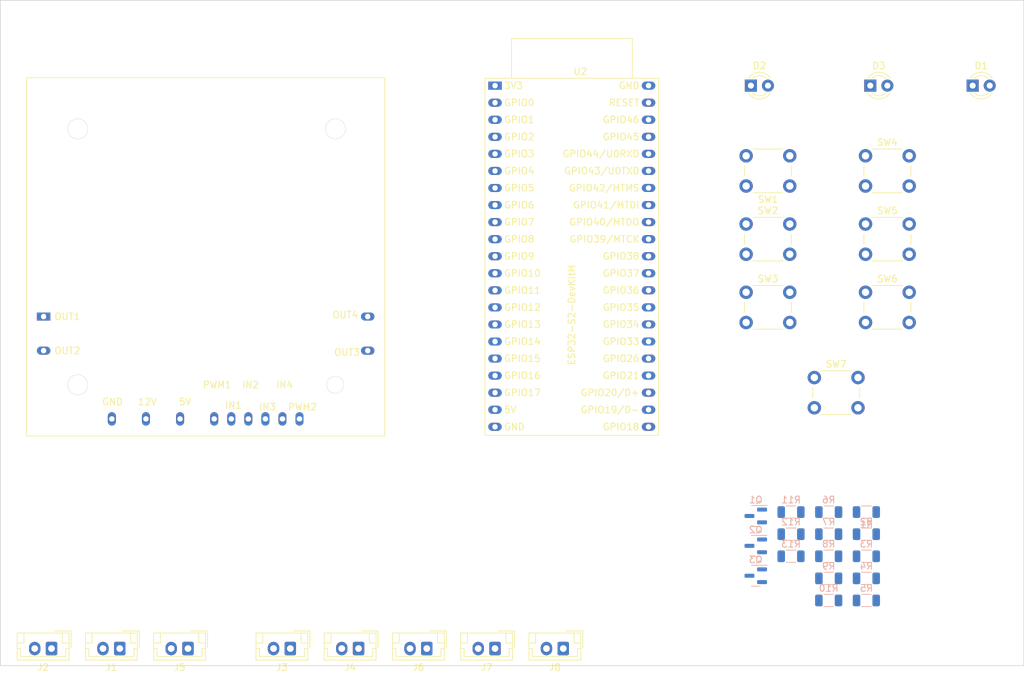
<source format=kicad_pcb>
(kicad_pcb (version 20221018) (generator pcbnew)
  (layers (0 "F.Cu" signal) (31 "B.Cu" signal) (34 "B.Paste" user) (35 "F.Paste" user) (36 "B.SilkS" user "B.Silkscreen") (37 "F.SilkS" user "F.Silkscreen") (38 "B.Mask" user) (39 "F.Mask" user) (44 "Edge.Cuts" user))
  (net 0 "")
  (net 1 "GND")
  (net 2 "Net-(D1-A)")
  (net 3 "Net-(D2-A)")
  (net 4 "Net-(D3-A)")
  (net 6 "Net-(Q1-G)")
  (net 7 "Net-(Q1-D)")
  (net 8 "Net-(Q2-G)")
  (net 9 "Net-(Q2-D)")
  (net 10 "Net-(Q3-G)")
  (net 11 "Net-(Q3-D)")
  (net 12 "Net-(R1-Pad1)")
  (net 13 "wifi_state")
  (net 14 "motor_1_state")
  (net 16 "Net-(R10-Pad1)")
  (net 17 "sw_back_1")
  (net 18 "sw_stop_1")
  (net 19 "reset")
  (net 20 "sw_forw_1")
  (net 21 "sw_forw_2")
  (net 24 "sw_back_2")
  (net 25 "sw_stop_2")
  (net 26 "moto_2_state")
  (net 27 "Output1_1")
  (net 28 "Output1_2")
  (net 29 "12V")
  (net 32 "PWM1")
  (net 33 "In1")
  (net 34 "In2")
  (net 38 "In3")
  (net 40 "In4")
  (net 41 "PWM2")
  (net 42 "Output2_2")
  (net 43 "Output2_1")
  (net 44 "3.3V")
  (net 45 "Enc1_1")
  (net 55 "Enc1_2")
  (net 56 "Enc2_1")
  (net 57 "Enc2_2")
  (net 58 "5V")
  (footprint "PCM_Espressif:ESP32-S2-DevKitM" (layer "F.Cu") (at 127 38.10272)
    (fp_text reference "U2" (at 12.7 -2.1) (layer "F.SilkS"))
    (fp_text value "ESP32-S2-DevKitM" (at 11.42632 34.13 90) (layer "F.SilkS"))
    (fp_text user "RESET" (at 21.58632 2.53728 unlocked) (layer "F.SilkS") (effects (justify right)))
    (fp_text user "GPIO16" (at 1.26632 43.17728 unlocked) (layer "F.SilkS") (effects (justify left)))
    (fp_text user "GPIO43/U0TXD" (at 21.58632 12.69728 unlocked) (layer "F.SilkS") (effects (justify right)))
    (fp_text user "GPIO13" (at 1.26632 35.55728 unlocked) (layer "F.SilkS") (effects (justify left)))
    (fp_text user "GPIO41/MTDI" (at 21.58632 17.77728 unlocked) (layer "F.SilkS") (effects (justify right)))
    (fp_text user "GPIO45" (at 21.58632 7.61728 unlocked) (layer "F.SilkS") (effects (justify right)))
    (fp_text user "GND" (at 1.26632 50.79728 unlocked) (layer "F.SilkS") (effects (justify left)))
    (fp_text user "GPIO38" (at 21.58632 25.39728 unlocked) (layer "F.SilkS") (effects (justify right)))
    (fp_text user "GPIO4" (at 1.26632 12.69728 unlocked) (layer "F.SilkS") (effects (justify left)))
    (fp_text user "GPIO7" (at 1.26632 20.31728 unlocked) (layer "F.SilkS") (effects (justify left)))
    (fp_text user "GPIO9" (at 1.26632 25.39728 unlocked) (layer "F.SilkS") (effects (justify left)))
    (fp_text user "GND" (at 21.59 0 unlocked) (layer "F.SilkS") (effects (justify right)))
    (fp_text user "GPIO33" (at 21.58632 38.09728 unlocked) (layer "F.SilkS") (effects (justify right)))
    (fp_text user "GPIO5" (at 1.26632 15.23728 unlocked) (layer "F.SilkS") (effects (justify left)))
    (fp_text user "3V3" (at 1.27 0 unlocked) (layer "F.SilkS") (effects (justify left)))
    (fp_text user "5V" (at 1.26632 48.25728 unlocked) (layer "F.SilkS") (effects (justify left)))
    (fp_text user "GPIO2" (at 1.26632 7.61728 unlocked) (layer "F.SilkS") (effects (justify left)))
    (fp_text user "GPIO10" (at 1.26632 27.93728 unlocked) (layer "F.SilkS") (effects (justify left)))
    (fp_text user "GPIO11" (at 1.26632 30.47728 unlocked) (layer "F.SilkS") (effects (justify left)))
    (fp_text user "GPIO26" (at 21.58632 40.63728 unlocked) (layer "F.SilkS") (effects (justify right)))
    (fp_text user "GPIO14" (at 1.26632 38.09728 unlocked) (layer "F.SilkS") (effects (justify left)))
    (fp_text user "GPIO42/MTMS" (at 21.58632 15.23728 unlocked) (layer "F.SilkS") (effects (justify right)))
    (fp_text user "GPIO39/MTCK" (at 21.58632 22.85728 unlocked) (layer "F.SilkS") (effects (justify right)))
    (fp_text user "GPIO46" (at 21.58632 5.07728 unlocked) (layer "F.SilkS") (effects (justify right)))
    (fp_text user "GPIO21" (at 21.58632 43.17728 unlocked) (layer "F.SilkS") (effects (justify right)))
    (fp_text user "GPIO20/D+" (at 21.58632 45.71728 unlocked) (layer "F.SilkS") (effects (justify right)))
    (fp_text user "GPIO40/MTDO" (at 21.58632 20.31728 unlocked) (layer "F.SilkS") (effects (justify right)))
    (fp_text user "GPIO34" (at 21.58632 35.55728 unlocked) (layer "F.SilkS") (effects (justify right)))
    (fp_text user "GPIO17" (at 1.26632 45.71728 unlocked) (layer "F.SilkS") (effects (justify left)))
    (fp_text user "GPIO18" (at 21.58632 50.79728 unlocked) (layer "F.SilkS") (effects (justify right)))
    (fp_text user "GPIO19/D-" (at 21.58632 48.25728 unlocked) (layer "F.SilkS") (effects (justify right)))
    (fp_text user "GPIO8" (at 1.26632 22.85728 unlocked) (layer "F.SilkS") (effects (justify left)))
    (fp_text user "GPIO3" (at 1.27 10.15728 unlocked) (layer "F.SilkS") (effects (justify left)))
    (fp_text user "GPIO12" (at 1.26632 33.01728 unlocked) (layer "F.SilkS") (effects (justify left)))
    (fp_text user "GPIO36" (at 21.58632 30.47728 unlocked) (layer "F.SilkS") (effects (justify right)))
    (fp_text user "GPIO44/U0RXD" (at 21.58632 10.15728 unlocked) (layer "F.SilkS") (effects (justify right)))
    (fp_text user "GPIO0" (at 1.26632 2.53728 unlocked) (layer "F.SilkS") (effects (justify left)))
    (fp_text user "GPIO35" (at 21.58632 33.01728 unlocked) (layer "F.SilkS") (effects (justify right)))
    (fp_text user "GPIO37" (at 21.58632 27.93728 unlocked) (layer "F.SilkS") (effects (justify right)))
    (fp_text user "GPIO15" (at 1.26632 40.63728 unlocked) (layer "F.SilkS") (effects (justify left)))
    (fp_text user "GPIO1" (at 1.26632 5.07728 unlocked) (layer "F.SilkS") (effects (justify left)))
    (fp_text user "GPIO6" (at 1.26632 17.77728 unlocked) (layer "F.SilkS") (effects (justify left)))
    (fp_line (start -1.503679 52.06728) (end 24.35632 52.06728) (stroke (width 0.12)) (layer "F.SilkS"))
    (fp_line (start -1.499999 -1.1) (end -1.503679 52.06728) (stroke (width 0.12)) (layer "F.SilkS"))
    (fp_line (start 2.46012 -7.01312) (end 20.44332 -7.01312) (stroke (width 0.12)) (layer "F.SilkS"))
    (fp_line (start 2.46012 -1.12032) (end 2.46012 -7.01312) (stroke (width 0.12)) (layer "F.SilkS"))
    (fp_line (start 20.44332 -7.01312) (end 20.44332 -1.12032) (stroke (width 0.12)) (layer "F.SilkS"))
    (fp_line (start 24.35632 52.06728) (end 24.36 -1.1) (stroke (width 0.12)) (layer "F.SilkS"))
    (fp_line (start 24.36 -1.1) (end -1.499999 -1.1) (stroke (width 0.12)) (layer "F.SilkS"))
    (pad "1" thru_hole rect (at 0 0 270) (size 1.2 2) (drill 0.8) (layers "*.Cu" "*.Mask") (net 44 "3.3V"))
    (pad "2" thru_hole oval (at 0 2.54 270) (size 1.2 2) (drill 0.8) (layers "*.Cu" "*.Mask"))
    (pad "3" thru_hole oval (at 0 5.08 270) (size 1.2 2) (drill 0.8) (layers "*.Cu" "*.Mask") (net 32 "PWM1"))
    (pad "4" thru_hole oval (at 0 7.62 270) (size 1.2 2) (drill 0.8) (layers "*.Cu" "*.Mask") (net 33 "In1"))
    (pad "5" thru_hole oval (at 0 10.16 270) (size 1.2 2) (drill 0.8) (layers "*.Cu" "*.Mask") (net 34 "In2"))
    (pad "6" thru_hole oval (at 0 12.7 270) (size 1.2 2) (drill 0.8) (layers "*.Cu" "*.Mask") (net 38 "In3"))
    (pad "7" thru_hole oval (at 0 15.24 270) (size 1.2 2) (drill 0.8) (layers "*.Cu" "*.Mask") (net 40 "In4"))
    (pad "8" thru_hole oval (at 0 17.78 270) (size 1.2 2) (drill 0.8) (layers "*.Cu" "*.Mask") (net 41 "PWM2"))
    (pad "9" thru_hole oval (at 0 20.32 270) (size 1.2 2) (drill 0.8) (layers "*.Cu" "*.Mask"))
    (pad "10" thru_hole oval (at 0 22.86 270) (size 1.2 2) (drill 0.8) (layers "*.Cu" "*.Mask"))
    (pad "11" thru_hole oval (at 0 25.4 270) (size 1.2 2) (drill 0.8) (layers "*.Cu" "*.Mask") (net 45 "Enc1_1"))
    (pad "12" thru_hole oval (at 0 27.94 270) (size 1.2 2) (drill 0.8) (layers "*.Cu" "*.Mask") (net 55 "Enc1_2"))
    (pad "13" thru_hole oval (at 0 30.48 270) (size 1.2 2) (drill 0.8) (layers "*.Cu" "*.Mask") (net 56 "Enc2_1"))
    (pad "14" thru_hole oval (at 0 33.02 270) (size 1.2 2) (drill 0.8) (layers "*.Cu" "*.Mask") (net 57 "Enc2_2"))
    (pad "15" thru_hole oval (at 0 35.56 270) (size 1.2 2) (drill 0.8) (layers "*.Cu" "*.Mask") (net 13 "wifi_state"))
    (pad "16" thru_hole oval (at 0 38.1 270) (size 1.2 2) (drill 0.8) (layers "*.Cu" "*.Mask") (net 14 "motor_1_state"))
    (pad "17" thru_hole oval (at 0 40.64 270) (size 1.2 2) (drill 0.8) (layers "*.Cu" "*.Mask"))
    (pad "18" thru_hole oval (at 0 43.18 270) (size 1.2 2) (drill 0.8) (layers "*.Cu" "*.Mask"))
    (pad "19" thru_hole oval (at 0 45.72 270) (size 1.2 2) (drill 0.8) (layers "*.Cu" "*.Mask") (net 26 "moto_2_state"))
    (pad "20" thru_hole oval (at -0.00368 48.25728 270) (size 1.2 2) (drill 0.8) (layers "*.Cu" "*.Mask") (net 58 "5V"))
    (pad "21" thru_hole oval (at -0.00368 50.79728 270) (size 1.2 2) (drill 0.8) (layers "*.Cu" "*.Mask") (net 1 "GND"))
    (pad "22" thru_hole oval (at 22.85632 50.79728 270) (size 1.2 2) (drill 0.8) (layers "*.Cu" "*.Mask"))
    (pad "23" thru_hole oval (at 22.86 48.25728 270) (size 1.2 2) (drill 0.8) (layers "*.Cu" "*.Mask"))
    (pad "24" thru_hole oval (at 22.86 45.71728 270) (size 1.2 2) (drill 0.8) (layers "*.Cu" "*.Mask"))
    (pad "25" thru_hole oval (at 22.86 43.17728 270) (size 1.2 2) (drill 0.8) (layers "*.Cu" "*.Mask") (net 20 "sw_forw_1"))
    (pad "26" thru_hole oval (at 22.86 40.63728 270) (size 1.2 2) (drill 0.8) (layers "*.Cu" "*.Mask"))
    (pad "27" thru_hole oval (at 22.86 38.09728 270) (size 1.2 2) (drill 0.8) (layers "*.Cu" "*.Mask") (net 17 "sw_back_1"))
    (pad "28" thru_hole oval (at 22.86 35.55728 270) (size 1.2 2) (drill 0.8) (layers "*.Cu" "*.Mask") (net 18 "sw_stop_1"))
    (pad "29" thru_hole oval (at 22.86 33.01728 270) (size 1.2 2) (drill 0.8) (layers "*.Cu" "*.Mask") (net 21 "sw_forw_2"))
    (pad "30" thru_hole oval (at 22.86 30.47728 270) (size 1.2 2) (drill 0.8) (layers "*.Cu" "*.Mask") (net 24 "sw_back_2"))
    (pad "31" thru_hole oval (at 22.86 27.93728 270) (size 1.2 2) (drill 0.8) (layers "*.Cu" "*.Mask") (net 25 "sw_stop_2"))
    (pad "32" thru_hole oval (at 22.86 25.39728 270) (size 1.2 2) (drill 0.8) (layers "*.Cu" "*.Mask") (net 19 "reset"))
    (pad "33" thru_hole oval (at 22.86 22.85728 270) (size 1.2 2) (drill 0.8) (layers "*.Cu" "*.Mask"))
    (pad "34" thru_hole oval (at 22.86 20.31728 270) (size 1.2 2) (drill 0.8) (layers "*.Cu" "*.Mask"))
    (pad "35" thru_hole oval (at 22.86 17.77728 270) (size 1.2 2) (drill 0.8) (layers "*.Cu" "*.Mask"))
    (pad "36" thru_hole oval (at 22.86 15.23728 270) (size 1.2 2) (drill 0.8) (layers "*.Cu" "*.Mask"))
    (pad "37" thru_hole oval (at 22.86 12.69728 270) (size 1.2 2) (drill 0.8) (layers "*.Cu" "*.Mask"))
    (pad "38" thru_hole oval (at 22.86 10.15728 270) (size 1.2 2) (drill 0.8) (layers "*.Cu" "*.Mask"))
    (pad "39" thru_hole oval (at 22.86 7.61728 270) (size 1.2 2) (drill 0.8) (layers "*.Cu" "*.Mask"))
    (pad "40" thru_hole oval (at 22.86 5.07728 270) (size 1.2 2) (drill 0.8) (layers "*.Cu" "*.Mask"))
    (pad "41" thru_hole oval (at 22.86 2.53728 270) (size 1.2 2) (drill 0.8) (layers "*.Cu" "*.Mask"))
    (pad "42" thru_hole oval (at 22.86 -0.00272 270) (size 1.2 2) (drill 0.8) (layers "*.Cu" "*.Mask") (net 1 "GND"))
  )
  (footprint "Button_Switch_THT:SW_PUSH_6mm_H4.3mm" (layer "F.Cu") (at 164.39 58.71)
    (fp_text reference "SW2" (at 3.25 -2) (layer "F.SilkS"))
    (fp_text value "backward_device_1")
    (fp_line (start -0.25 1.5) (end -0.25 3) (stroke (width 0.12)) (layer "F.SilkS"))
    (fp_line (start 1 5.5) (end 5.5 5.5) (stroke (width 0.12)) (layer "F.SilkS"))
    (fp_line (start 5.5 -1) (end 1 -1) (stroke (width 0.12)) (layer "F.SilkS"))
    (fp_line (start 6.75 3) (end 6.75 1.5) (stroke (width 0.12)) (layer "F.SilkS"))
    (pad "1" thru_hole circle (at 0 0 90) (size 2 2) (drill 1.1) (layers "*.Cu" "*.Mask") (net 17 "sw_back_1"))
    (pad "1" thru_hole circle (at 6.5 0 90) (size 2 2) (drill 1.1) (layers "*.Cu" "*.Mask") (net 17 "sw_back_1"))
    (pad "2" thru_hole circle (at 0 4.5 90) (size 2 2) (drill 1.1) (layers "*.Cu" "*.Mask") (net 1 "GND"))
    (pad "2" thru_hole circle (at 6.5 4.5 90) (size 2 2) (drill 1.1) (layers "*.Cu" "*.Mask") (net 1 "GND"))
  )
  (footprint "LED_THT:LED_D3.0mm" (layer "F.Cu") (at 182.88 38.1)
    (fp_text reference "D3" (at 1.27 -2.96) (layer "F.SilkS"))
    (fp_text value "Motor 2 Working")
    (fp_line (start -0.29 -1.236) (end -0.29 -1.08) (stroke (width 0.12)) (layer "F.SilkS"))
    (fp_line (start -0.29 1.08) (end -0.29 1.236) (stroke (width 0.12)) (layer "F.SilkS"))
    (fp_arc (start -0.29 -1.235516) (mid 1.366487 -1.987659) (end 2.942335 -1.078608) (stroke (width 0.12)) (layer "F.SilkS"))
    (fp_arc (start 0.229039 -1.08) (mid 1.270117 -1.5) (end 2.31113 -1.079837) (stroke (width 0.12)) (layer "F.SilkS"))
    (fp_arc (start 2.31113 1.079837) (mid 1.270117 1.5) (end 0.229039 1.08) (stroke (width 0.12)) (layer "F.SilkS"))
    (fp_arc (start 2.942335 1.078608) (mid 1.366487 1.987659) (end -0.29 1.235516) (stroke (width 0.12)) (layer "F.SilkS"))
    (pad "1" thru_hole rect (at 0 0) (size 1.8 1.8) (drill 0.9) (layers "*.Cu" "*.Mask") (net 1 "GND"))
    (pad "2" thru_hole circle (at 2.54 0) (size 1.8 1.8) (drill 0.9) (layers "*.Cu" "*.Mask") (net 4 "Net-(D3-A)"))
  )
  (footprint "Button_Switch_THT:SW_PUSH_6mm_H4.3mm" (layer "F.Cu") (at 182.17 68.87)
    (fp_text reference "SW6" (at 3.25 -2) (layer "F.SilkS"))
    (fp_text value "stop_device_2")
    (fp_line (start -0.25 1.5) (end -0.25 3) (stroke (width 0.12)) (layer "F.SilkS"))
    (fp_line (start 1 5.5) (end 5.5 5.5) (stroke (width 0.12)) (layer "F.SilkS"))
    (fp_line (start 5.5 -1) (end 1 -1) (stroke (width 0.12)) (layer "F.SilkS"))
    (fp_line (start 6.75 3) (end 6.75 1.5) (stroke (width 0.12)) (layer "F.SilkS"))
    (pad "1" thru_hole circle (at 0 0 90) (size 2 2) (drill 1.1) (layers "*.Cu" "*.Mask") (net 25 "sw_stop_2"))
    (pad "1" thru_hole circle (at 6.5 0 90) (size 2 2) (drill 1.1) (layers "*.Cu" "*.Mask") (net 25 "sw_stop_2"))
    (pad "2" thru_hole circle (at 0 4.5 90) (size 2 2) (drill 1.1) (layers "*.Cu" "*.Mask") (net 1 "GND"))
    (pad "2" thru_hole circle (at 6.5 4.5 90) (size 2 2) (drill 1.1) (layers "*.Cu" "*.Mask") (net 1 "GND"))
  )
  (footprint "Connector_JST:JST_EH_B2B-EH-A_1x02_P2.50mm_Vertical" (layer "F.Cu") (at 96.52 121.92 180)
    (fp_text reference "J3" (at 1.25 -2.8) (layer "F.SilkS"))
    (fp_text value "Encoder 1")
    (fp_line (start -2.91 0.11) (end -2.91 2.61) (stroke (width 0.12)) (layer "F.SilkS"))
    (fp_line (start -2.91 2.61) (end -0.41 2.61) (stroke (width 0.12)) (layer "F.SilkS"))
    (fp_line (start -2.61 -1.71) (end -2.61 2.31) (stroke (width 0.12)) (layer "F.SilkS"))
    (fp_line (start -2.61 0) (end -2.11 0) (stroke (width 0.12)) (layer "F.SilkS"))
    (fp_line (start -2.61 0.81) (end -1.61 0.81) (stroke (width 0.12)) (layer "F.SilkS"))
    (fp_line (start -2.61 2.31) (end 5.11 2.31) (stroke (width 0.12)) (layer "F.SilkS"))
    (fp_line (start -2.11 -1.21) (end 4.61 -1.21) (stroke (width 0.12)) (layer "F.SilkS"))
    (fp_line (start -2.11 0) (end -2.11 -1.21) (stroke (width 0.12)) (layer "F.SilkS"))
    (fp_line (start -1.61 0.81) (end -1.61 2.31) (stroke (width 0.12)) (layer "F.SilkS"))
    (fp_line (start 4.11 0.81) (end 4.11 2.31) (stroke (width 0.12)) (layer "F.SilkS"))
    (fp_line (start 4.61 -1.21) (end 4.61 0) (stroke (width 0.12)) (layer "F.SilkS"))
    (fp_line (start 4.61 0) (end 5.11 0) (stroke (width 0.12)) (layer "F.SilkS"))
    (fp_line (start 5.11 -1.71) (end -2.61 -1.71) (stroke (width 0.12)) (layer "F.SilkS"))
    (fp_line (start 5.11 0.81) (end 4.11 0.81) (stroke (width 0.12)) (layer "F.SilkS"))
    (fp_line (start 5.11 2.31) (end 5.11 -1.71) (stroke (width 0.12)) (layer "F.SilkS"))
    (pad "1" thru_hole roundrect (at 0 0 180) (size 1.7 2) (drill 1) (layers "*.Cu" "*.Mask") (roundrect_rratio 0.147059) (net 55 "Enc1_2"))
    (pad "2" thru_hole oval (at 2.5 0 180) (size 1.7 2) (drill 1) (layers "*.Cu" "*.Mask") (net 45 "Enc1_1"))
  )
  (footprint "Connector_JST:JST_EH_B2B-EH-A_1x02_P2.50mm_Vertical" (layer "F.Cu") (at 106.68 121.92 180)
    (fp_text reference "J4" (at 1.25 -2.8) (layer "F.SilkS"))
    (fp_text value "Encoder 1 Power 3.3V")
    (fp_line (start -2.91 0.11) (end -2.91 2.61) (stroke (width 0.12)) (layer "F.SilkS"))
    (fp_line (start -2.91 2.61) (end -0.41 2.61) (stroke (width 0.12)) (layer "F.SilkS"))
    (fp_line (start -2.61 -1.71) (end -2.61 2.31) (stroke (width 0.12)) (layer "F.SilkS"))
    (fp_line (start -2.61 0) (end -2.11 0) (stroke (width 0.12)) (layer "F.SilkS"))
    (fp_line (start -2.61 0.81) (end -1.61 0.81) (stroke (width 0.12)) (layer "F.SilkS"))
    (fp_line (start -2.61 2.31) (end 5.11 2.31) (stroke (width 0.12)) (layer "F.SilkS"))
    (fp_line (start -2.11 -1.21) (end 4.61 -1.21) (stroke (width 0.12)) (layer "F.SilkS"))
    (fp_line (start -2.11 0) (end -2.11 -1.21) (stroke (width 0.12)) (layer "F.SilkS"))
    (fp_line (start -1.61 0.81) (end -1.61 2.31) (stroke (width 0.12)) (layer "F.SilkS"))
    (fp_line (start 4.11 0.81) (end 4.11 2.31) (stroke (width 0.12)) (layer "F.SilkS"))
    (fp_line (start 4.61 -1.21) (end 4.61 0) (stroke (width 0.12)) (layer "F.SilkS"))
    (fp_line (start 4.61 0) (end 5.11 0) (stroke (width 0.12)) (layer "F.SilkS"))
    (fp_line (start 5.11 -1.71) (end -2.61 -1.71) (stroke (width 0.12)) (layer "F.SilkS"))
    (fp_line (start 5.11 0.81) (end 4.11 0.81) (stroke (width 0.12)) (layer "F.SilkS"))
    (fp_line (start 5.11 2.31) (end 5.11 -1.71) (stroke (width 0.12)) (layer "F.SilkS"))
    (pad "1" thru_hole roundrect (at 0 0 180) (size 1.7 2) (drill 1) (layers "*.Cu" "*.Mask") (roundrect_rratio 0.147059) (net 44 "3.3V"))
    (pad "2" thru_hole oval (at 2.5 0 180) (size 1.7 2) (drill 1) (layers "*.Cu" "*.Mask") (net 1 "GND"))
  )
  (footprint "Connector_JST:JST_EH_B2B-EH-A_1x02_P2.50mm_Vertical" (layer "F.Cu") (at 71.12 121.92 180)
    (fp_text reference "J1" (at 1.25 -2.8) (layer "F.SilkS"))
    (fp_text value "Power 12 V")
    (fp_line (start -2.91 0.11) (end -2.91 2.61) (stroke (width 0.12)) (layer "F.SilkS"))
    (fp_line (start -2.91 2.61) (end -0.41 2.61) (stroke (width 0.12)) (layer "F.SilkS"))
    (fp_line (start -2.61 -1.71) (end -2.61 2.31) (stroke (width 0.12)) (layer "F.SilkS"))
    (fp_line (start -2.61 0) (end -2.11 0) (stroke (width 0.12)) (layer "F.SilkS"))
    (fp_line (start -2.61 0.81) (end -1.61 0.81) (stroke (width 0.12)) (layer "F.SilkS"))
    (fp_line (start -2.61 2.31) (end 5.11 2.31) (stroke (width 0.12)) (layer "F.SilkS"))
    (fp_line (start -2.11 -1.21) (end 4.61 -1.21) (stroke (width 0.12)) (layer "F.SilkS"))
    (fp_line (start -2.11 0) (end -2.11 -1.21) (stroke (width 0.12)) (layer "F.SilkS"))
    (fp_line (start -1.61 0.81) (end -1.61 2.31) (stroke (width 0.12)) (layer "F.SilkS"))
    (fp_line (start 4.11 0.81) (end 4.11 2.31) (stroke (width 0.12)) (layer "F.SilkS"))
    (fp_line (start 4.61 -1.21) (end 4.61 0) (stroke (width 0.12)) (layer "F.SilkS"))
    (fp_line (start 4.61 0) (end 5.11 0) (stroke (width 0.12)) (layer "F.SilkS"))
    (fp_line (start 5.11 -1.71) (end -2.61 -1.71) (stroke (width 0.12)) (layer "F.SilkS"))
    (fp_line (start 5.11 0.81) (end 4.11 0.81) (stroke (width 0.12)) (layer "F.SilkS"))
    (fp_line (start 5.11 2.31) (end 5.11 -1.71) (stroke (width 0.12)) (layer "F.SilkS"))
    (pad "1" thru_hole roundrect (at 0 0 180) (size 1.7 2) (drill 1) (layers "*.Cu" "*.Mask") (roundrect_rratio 0.147059) (net 29 "12V"))
    (pad "2" thru_hole oval (at 2.5 0 180) (size 1.7 2) (drill 1) (layers "*.Cu" "*.Mask") (net 1 "GND"))
  )
  (footprint "LED_THT:LED_D3.0mm" (layer "F.Cu") (at 198.12 38.1)
    (fp_text reference "D1" (at 1.27 -2.96) (layer "F.SilkS"))
    (fp_text value "Wifi state")
    (fp_line (start -0.29 -1.236) (end -0.29 -1.08) (stroke (width 0.12)) (layer "F.SilkS"))
    (fp_line (start -0.29 1.08) (end -0.29 1.236) (stroke (width 0.12)) (layer "F.SilkS"))
    (fp_arc (start -0.29 -1.235516) (mid 1.366487 -1.987659) (end 2.942335 -1.078608) (stroke (width 0.12)) (layer "F.SilkS"))
    (fp_arc (start 0.229039 -1.08) (mid 1.270117 -1.5) (end 2.31113 -1.079837) (stroke (width 0.12)) (layer "F.SilkS"))
    (fp_arc (start 2.31113 1.079837) (mid 1.270117 1.5) (end 0.229039 1.08) (stroke (width 0.12)) (layer "F.SilkS"))
    (fp_arc (start 2.942335 1.078608) (mid 1.366487 1.987659) (end -0.29 1.235516) (stroke (width 0.12)) (layer "F.SilkS"))
    (pad "1" thru_hole rect (at 0 0) (size 1.8 1.8) (drill 0.9) (layers "*.Cu" "*.Mask") (net 1 "GND"))
    (pad "2" thru_hole circle (at 2.54 0) (size 1.8 1.8) (drill 0.9) (layers "*.Cu" "*.Mask") (net 2 "Net-(D1-A)"))
  )
  (footprint "Connector_JST:JST_EH_B2B-EH-A_1x02_P2.50mm_Vertical" (layer "F.Cu") (at 127 121.92 180)
    (fp_text reference "J7" (at 1.25 -2.8) (layer "F.SilkS"))
    (fp_text value "Encoder 2 Power 3.3V")
    (fp_line (start -2.91 0.11) (end -2.91 2.61) (stroke (width 0.12)) (layer "F.SilkS"))
    (fp_line (start -2.91 2.61) (end -0.41 2.61) (stroke (width 0.12)) (layer "F.SilkS"))
    (fp_line (start -2.61 -1.71) (end -2.61 2.31) (stroke (width 0.12)) (layer "F.SilkS"))
    (fp_line (start -2.61 0) (end -2.11 0) (stroke (width 0.12)) (layer "F.SilkS"))
    (fp_line (start -2.61 0.81) (end -1.61 0.81) (stroke (width 0.12)) (layer "F.SilkS"))
    (fp_line (start -2.61 2.31) (end 5.11 2.31) (stroke (width 0.12)) (layer "F.SilkS"))
    (fp_line (start -2.11 -1.21) (end 4.61 -1.21) (stroke (width 0.12)) (layer "F.SilkS"))
    (fp_line (start -2.11 0) (end -2.11 -1.21) (stroke (width 0.12)) (layer "F.SilkS"))
    (fp_line (start -1.61 0.81) (end -1.61 2.31) (stroke (width 0.12)) (layer "F.SilkS"))
    (fp_line (start 4.11 0.81) (end 4.11 2.31) (stroke (width 0.12)) (layer "F.SilkS"))
    (fp_line (start 4.61 -1.21) (end 4.61 0) (stroke (width 0.12)) (layer "F.SilkS"))
    (fp_line (start 4.61 0) (end 5.11 0) (stroke (width 0.12)) (layer "F.SilkS"))
    (fp_line (start 5.11 -1.71) (end -2.61 -1.71) (stroke (width 0.12)) (layer "F.SilkS"))
    (fp_line (start 5.11 0.81) (end 4.11 0.81) (stroke (width 0.12)) (layer "F.SilkS"))
    (fp_line (start 5.11 2.31) (end 5.11 -1.71) (stroke (width 0.12)) (layer "F.SilkS"))
    (pad "1" thru_hole roundrect (at 0 0 180) (size 1.7 2) (drill 1) (layers "*.Cu" "*.Mask") (roundrect_rratio 0.147059) (net 44 "3.3V"))
    (pad "2" thru_hole oval (at 2.5 0 180) (size 1.7 2) (drill 1) (layers "*.Cu" "*.Mask") (net 1 "GND"))
  )
  (footprint "Connector_JST:JST_EH_B2B-EH-A_1x02_P2.50mm_Vertical" (layer "F.Cu") (at 81.28 121.92 180)
    (fp_text reference "J5" (at 1.25 -2.8) (layer "F.SilkS"))
    (fp_text value "Output 2")
    (fp_line (start -2.91 0.11) (end -2.91 2.61) (stroke (width 0.12)) (layer "F.SilkS"))
    (fp_line (start -2.91 2.61) (end -0.41 2.61) (stroke (width 0.12)) (layer "F.SilkS"))
    (fp_line (start -2.61 -1.71) (end -2.61 2.31) (stroke (width 0.12)) (layer "F.SilkS"))
    (fp_line (start -2.61 0) (end -2.11 0) (stroke (width 0.12)) (layer "F.SilkS"))
    (fp_line (start -2.61 0.81) (end -1.61 0.81) (stroke (width 0.12)) (layer "F.SilkS"))
    (fp_line (start -2.61 2.31) (end 5.11 2.31) (stroke (width 0.12)) (layer "F.SilkS"))
    (fp_line (start -2.11 -1.21) (end 4.61 -1.21) (stroke (width 0.12)) (layer "F.SilkS"))
    (fp_line (start -2.11 0) (end -2.11 -1.21) (stroke (width 0.12)) (layer "F.SilkS"))
    (fp_line (start -1.61 0.81) (end -1.61 2.31) (stroke (width 0.12)) (layer "F.SilkS"))
    (fp_line (start 4.11 0.81) (end 4.11 2.31) (stroke (width 0.12)) (layer "F.SilkS"))
    (fp_line (start 4.61 -1.21) (end 4.61 0) (stroke (width 0.12)) (layer "F.SilkS"))
    (fp_line (start 4.61 0) (end 5.11 0) (stroke (width 0.12)) (layer "F.SilkS"))
    (fp_line (start 5.11 -1.71) (end -2.61 -1.71) (stroke (width 0.12)) (layer "F.SilkS"))
    (fp_line (start 5.11 0.81) (end 4.11 0.81) (stroke (width 0.12)) (layer "F.SilkS"))
    (fp_line (start 5.11 2.31) (end 5.11 -1.71) (stroke (width 0.12)) (layer "F.SilkS"))
    (pad "1" thru_hole roundrect (at 0 0 180) (size 1.7 2) (drill 1) (layers "*.Cu" "*.Mask") (roundrect_rratio 0.147059) (net 43 "Output2_1"))
    (pad "2" thru_hole oval (at 2.5 0 180) (size 1.7 2) (drill 1) (layers "*.Cu" "*.Mask") (net 42 "Output2_2"))
  )
  (footprint "Button_Switch_THT:SW_PUSH_6mm_H4.3mm" (layer "F.Cu") (at 174.55 81.57)
    (fp_text reference "SW7" (at 3.25 -2) (layer "F.SilkS"))
    (fp_text value "to_reset_all")
    (fp_line (start -0.25 1.5) (end -0.25 3) (stroke (width 0.12)) (layer "F.SilkS"))
    (fp_line (start 1 5.5) (end 5.5 5.5) (stroke (width 0.12)) (layer "F.SilkS"))
    (fp_line (start 5.5 -1) (end 1 -1) (stroke (width 0.12)) (layer "F.SilkS"))
    (fp_line (start 6.75 3) (end 6.75 1.5) (stroke (width 0.12)) (layer "F.SilkS"))
    (pad "1" thru_hole circle (at 0 0 90) (size 2 2) (drill 1.1) (layers "*.Cu" "*.Mask") (net 19 "reset"))
    (pad "1" thru_hole circle (at 6.5 0 90) (size 2 2) (drill 1.1) (layers "*.Cu" "*.Mask") (net 19 "reset"))
    (pad "2" thru_hole circle (at 0 4.5 90) (size 2 2) (drill 1.1) (layers "*.Cu" "*.Mask") (net 1 "GND"))
    (pad "2" thru_hole circle (at 6.5 4.5 90) (size 2 2) (drill 1.1) (layers "*.Cu" "*.Mask") (net 1 "GND"))
  )
  (footprint "Button_Switch_THT:SW_PUSH_6mm_H4.3mm" (layer "F.Cu") (at 170.89 53.05 180)
    (fp_text reference "SW1" (at 3.25 -2) (layer "F.SilkS"))
    (fp_text value "forward_device_1")
    (fp_line (start -0.25 1.5) (end -0.25 3) (stroke (width 0.12)) (layer "F.SilkS"))
    (fp_line (start 1 5.5) (end 5.5 5.5) (stroke (width 0.12)) (layer "F.SilkS"))
    (fp_line (start 5.5 -1) (end 1 -1) (stroke (width 0.12)) (layer "F.SilkS"))
    (fp_line (start 6.75 3) (end 6.75 1.5) (stroke (width 0.12)) (layer "F.SilkS"))
    (pad "1" thru_hole circle (at 0 0 270) (size 2 2) (drill 1.1) (layers "*.Cu" "*.Mask") (net 20 "sw_forw_1"))
    (pad "1" thru_hole circle (at 6.5 0 270) (size 2 2) (drill 1.1) (layers "*.Cu" "*.Mask") (net 20 "sw_forw_1"))
    (pad "2" thru_hole circle (at 0 4.5 270) (size 2 2) (drill 1.1) (layers "*.Cu" "*.Mask") (net 1 "GND"))
    (pad "2" thru_hole circle (at 6.5 4.5 270) (size 2 2) (drill 1.1) (layers "*.Cu" "*.Mask") (net 1 "GND"))
  )
  (footprint "Connector_JST:JST_EH_B2B-EH-A_1x02_P2.50mm_Vertical" (layer "F.Cu") (at 60.96 121.92 180)
    (fp_text reference "J2" (at 1.25 -2.8) (layer "F.SilkS"))
    (fp_text value "Output 1")
    (fp_line (start -2.91 0.11) (end -2.91 2.61) (stroke (width 0.12)) (layer "F.SilkS"))
    (fp_line (start -2.91 2.61) (end -0.41 2.61) (stroke (width 0.12)) (layer "F.SilkS"))
    (fp_line (start -2.61 -1.71) (end -2.61 2.31) (stroke (width 0.12)) (layer "F.SilkS"))
    (fp_line (start -2.61 0) (end -2.11 0) (stroke (width 0.12)) (layer "F.SilkS"))
    (fp_line (start -2.61 0.81) (end -1.61 0.81) (stroke (width 0.12)) (layer "F.SilkS"))
    (fp_line (start -2.61 2.31) (end 5.11 2.31) (stroke (width 0.12)) (layer "F.SilkS"))
    (fp_line (start -2.11 -1.21) (end 4.61 -1.21) (stroke (width 0.12)) (layer "F.SilkS"))
    (fp_line (start -2.11 0) (end -2.11 -1.21) (stroke (width 0.12)) (layer "F.SilkS"))
    (fp_line (start -1.61 0.81) (end -1.61 2.31) (stroke (width 0.12)) (layer "F.SilkS"))
    (fp_line (start 4.11 0.81) (end 4.11 2.31) (stroke (width 0.12)) (layer "F.SilkS"))
    (fp_line (start 4.61 -1.21) (end 4.61 0) (stroke (width 0.12)) (layer "F.SilkS"))
    (fp_line (start 4.61 0) (end 5.11 0) (stroke (width 0.12)) (layer "F.SilkS"))
    (fp_line (start 5.11 -1.71) (end -2.61 -1.71) (stroke (width 0.12)) (layer "F.SilkS"))
    (fp_line (start 5.11 0.81) (end 4.11 0.81) (stroke (width 0.12)) (layer "F.SilkS"))
    (fp_line (start 5.11 2.31) (end 5.11 -1.71) (stroke (width 0.12)) (layer "F.SilkS"))
    (pad "1" thru_hole roundrect (at 0 0 180) (size 1.7 2) (drill 1) (layers "*.Cu" "*.Mask") (roundrect_rratio 0.147059) (net 27 "Output1_1"))
    (pad "2" thru_hole oval (at 2.5 0 180) (size 1.7 2) (drill 1) (layers "*.Cu" "*.Mask") (net 28 "Output1_2"))
  )
  (footprint "Connector_JST:JST_EH_B2B-EH-A_1x02_P2.50mm_Vertical" (layer "F.Cu") (at 116.84 121.92 180)
    (fp_text reference "J6" (at 1.25 -2.8) (layer "F.SilkS"))
    (fp_text value "Encoder 2")
    (fp_line (start -2.91 0.11) (end -2.91 2.61) (stroke (width 0.12)) (layer "F.SilkS"))
    (fp_line (start -2.91 2.61) (end -0.41 2.61) (stroke (width 0.12)) (layer "F.SilkS"))
    (fp_line (start -2.61 -1.71) (end -2.61 2.31) (stroke (width 0.12)) (layer "F.SilkS"))
    (fp_line (start -2.61 0) (end -2.11 0) (stroke (width 0.12)) (layer "F.SilkS"))
    (fp_line (start -2.61 0.81) (end -1.61 0.81) (stroke (width 0.12)) (layer "F.SilkS"))
    (fp_line (start -2.61 2.31) (end 5.11 2.31) (stroke (width 0.12)) (layer "F.SilkS"))
    (fp_line (start -2.11 -1.21) (end 4.61 -1.21) (stroke (width 0.12)) (layer "F.SilkS"))
    (fp_line (start -2.11 0) (end -2.11 -1.21) (stroke (width 0.12)) (layer "F.SilkS"))
    (fp_line (start -1.61 0.81) (end -1.61 2.31) (stroke (width 0.12)) (layer "F.SilkS"))
    (fp_line (start 4.11 0.81) (end 4.11 2.31) (stroke (width 0.12)) (layer "F.SilkS"))
    (fp_line (start 4.61 -1.21) (end 4.61 0) (stroke (width 0.12)) (layer "F.SilkS"))
    (fp_line (start 4.61 0) (end 5.11 0) (stroke (width 0.12)) (layer "F.SilkS"))
    (fp_line (start 5.11 -1.71) (end -2.61 -1.71) (stroke (width 0.12)) (layer "F.SilkS"))
    (fp_line (start 5.11 0.81) (end 4.11 0.81) (stroke (width 0.12)) (layer "F.SilkS"))
    (fp_line (start 5.11 2.31) (end 5.11 -1.71) (stroke (width 0.12)) (layer "F.SilkS"))
    (pad "1" thru_hole roundrect (at 0 0 180) (size 1.7 2) (drill 1) (layers "*.Cu" "*.Mask") (roundrect_rratio 0.147059) (net 56 "Enc2_1"))
    (pad "2" thru_hole oval (at 2.5 0 180) (size 1.7 2) (drill 1) (layers "*.Cu" "*.Mask") (net 57 "Enc2_2"))
  )
  (footprint "Connector_JST:JST_EH_B2B-EH-A_1x02_P2.50mm_Vertical" (layer "F.Cu") (at 137.16 121.92 180)
    (fp_text reference "J8" (at 1.25 -2.8) (layer "F.SilkS"))
    (fp_text value "Power  5 V")
    (fp_line (start -2.91 0.11) (end -2.91 2.61) (stroke (width 0.12)) (layer "F.SilkS"))
    (fp_line (start -2.91 2.61) (end -0.41 2.61) (stroke (width 0.12)) (layer "F.SilkS"))
    (fp_line (start -2.61 -1.71) (end -2.61 2.31) (stroke (width 0.12)) (layer "F.SilkS"))
    (fp_line (start -2.61 0) (end -2.11 0) (stroke (width 0.12)) (layer "F.SilkS"))
    (fp_line (start -2.61 0.81) (end -1.61 0.81) (stroke (width 0.12)) (layer "F.SilkS"))
    (fp_line (start -2.61 2.31) (end 5.11 2.31) (stroke (width 0.12)) (layer "F.SilkS"))
    (fp_line (start -2.11 -1.21) (end 4.61 -1.21) (stroke (width 0.12)) (layer "F.SilkS"))
    (fp_line (start -2.11 0) (end -2.11 -1.21) (stroke (width 0.12)) (layer "F.SilkS"))
    (fp_line (start -1.61 0.81) (end -1.61 2.31) (stroke (width 0.12)) (layer "F.SilkS"))
    (fp_line (start 4.11 0.81) (end 4.11 2.31) (stroke (width 0.12)) (layer "F.SilkS"))
    (fp_line (start 4.61 -1.21) (end 4.61 0) (stroke (width 0.12)) (layer "F.SilkS"))
    (fp_line (start 4.61 0) (end 5.11 0) (stroke (width 0.12)) (layer "F.SilkS"))
    (fp_line (start 5.11 -1.71) (end -2.61 -1.71) (stroke (width 0.12)) (layer "F.SilkS"))
    (fp_line (start 5.11 0.81) (end 4.11 0.81) (stroke (width 0.12)) (layer "F.SilkS"))
    (fp_line (start 5.11 2.31) (end 5.11 -1.71) (stroke (width 0.12)) (layer "F.SilkS"))
    (pad "1" thru_hole roundrect (at 0 0 180) (size 1.7 2) (drill 1) (layers "*.Cu" "*.Mask") (roundrect_rratio 0.147059) (net 58 "5V"))
    (pad "2" thru_hole oval (at 2.5 0 180) (size 1.7 2) (drill 1) (layers "*.Cu" "*.Mask") (net 1 "GND"))
  )
  (footprint "Button_Switch_THT:SW_PUSH_6mm_H4.3mm" (layer "F.Cu") (at 164.39 68.87)
    (fp_text reference "SW3" (at 3.25 -2) (layer "F.SilkS"))
    (fp_text value "stop_device_1")
    (fp_line (start -0.25 1.5) (end -0.25 3) (stroke (width 0.12)) (layer "F.SilkS"))
    (fp_line (start 1 5.5) (end 5.5 5.5) (stroke (width 0.12)) (layer "F.SilkS"))
    (fp_line (start 5.5 -1) (end 1 -1) (stroke (width 0.12)) (layer "F.SilkS"))
    (fp_line (start 6.75 3) (end 6.75 1.5) (stroke (width 0.12)) (layer "F.SilkS"))
    (pad "1" thru_hole circle (at 0 0 90) (size 2 2) (drill 1.1) (layers "*.Cu" "*.Mask") (net 18 "sw_stop_1"))
    (pad "1" thru_hole circle (at 6.5 0 90) (size 2 2) (drill 1.1) (layers "*.Cu" "*.Mask") (net 18 "sw_stop_1"))
    (pad "2" thru_hole circle (at 0 4.5 90) (size 2 2) (drill 1.1) (layers "*.Cu" "*.Mask") (net 1 "GND"))
    (pad "2" thru_hole circle (at 6.5 4.5 90) (size 2 2) (drill 1.1) (layers "*.Cu" "*.Mask") (net 1 "GND"))
  )
  (footprint "Button_Switch_THT:SW_PUSH_6mm_H4.3mm" (layer "F.Cu") (at 182.17 48.55)
    (fp_text reference "SW4" (at 3.25 -2) (layer "F.SilkS"))
    (fp_text value "forward_device_2")
    (fp_line (start -0.25 1.5) (end -0.25 3) (stroke (width 0.12)) (layer "F.SilkS"))
    (fp_line (start 1 5.5) (end 5.5 5.5) (stroke (width 0.12)) (layer "F.SilkS"))
    (fp_line (start 5.5 -1) (end 1 -1) (stroke (width 0.12)) (layer "F.SilkS"))
    (fp_line (start 6.75 3) (end 6.75 1.5) (stroke (width 0.12)) (layer "F.SilkS"))
    (pad "1" thru_hole circle (at 0 0 90) (size 2 2) (drill 1.1) (layers "*.Cu" "*.Mask") (net 21 "sw_forw_2"))
    (pad "1" thru_hole circle (at 6.5 0 90) (size 2 2) (drill 1.1) (layers "*.Cu" "*.Mask") (net 21 "sw_forw_2"))
    (pad "2" thru_hole circle (at 0 4.5 90) (size 2 2) (drill 1.1) (layers "*.Cu" "*.Mask") (net 1 "GND"))
    (pad "2" thru_hole circle (at 6.5 4.5 90) (size 2 2) (drill 1.1) (layers "*.Cu" "*.Mask") (net 1 "GND"))
  )
  (footprint "LED_THT:LED_D3.0mm" (layer "F.Cu") (at 165.1 38.1)
    (fp_text reference "D2" (at 1.27 -2.96) (layer "F.SilkS"))
    (fp_text value "Motor 1 Working")
    (fp_line (start -0.29 -1.236) (end -0.29 -1.08) (stroke (width 0.12)) (layer "F.SilkS"))
    (fp_line (start -0.29 1.08) (end -0.29 1.236) (stroke (width 0.12)) (layer "F.SilkS"))
    (fp_arc (start -0.29 -1.235516) (mid 1.366487 -1.987659) (end 2.942335 -1.078608) (stroke (width 0.12)) (layer "F.SilkS"))
    (fp_arc (start 0.229039 -1.08) (mid 1.270117 -1.5) (end 2.31113 -1.079837) (stroke (width 0.12)) (layer "F.SilkS"))
    (fp_arc (start 2.31113 1.079837) (mid 1.270117 1.5) (end 0.229039 1.08) (stroke (width 0.12)) (layer "F.SilkS"))
    (fp_arc (start 2.942335 1.078608) (mid 1.366487 1.987659) (end -0.29 1.235516) (stroke (width 0.12)) (layer "F.SilkS"))
    (pad "1" thru_hole rect (at 0 0) (size 1.8 1.8) (drill 0.9) (layers "*.Cu" "*.Mask") (net 1 "GND"))
    (pad "2" thru_hole circle (at 2.54 0) (size 1.8 1.8) (drill 0.9) (layers "*.Cu" "*.Mask") (net 3 "Net-(D2-A)"))
  )
  (footprint "Button_Switch_THT:SW_PUSH_6mm_H4.3mm" (layer "F.Cu") (at 182.17 58.71)
    (fp_text reference "SW5" (at 3.25 -2) (layer "F.SilkS"))
    (fp_text value "backward_device_2")
    (fp_line (start -0.25 1.5) (end -0.25 3) (stroke (width 0.12)) (layer "F.SilkS"))
    (fp_line (start 1 5.5) (end 5.5 5.5) (stroke (width 0.12)) (layer "F.SilkS"))
    (fp_line (start 5.5 -1) (end 1 -1) (stroke (width 0.12)) (layer "F.SilkS"))
    (fp_line (start 6.75 3) (end 6.75 1.5) (stroke (width 0.12)) (layer "F.SilkS"))
    (pad "1" thru_hole circle (at 0 0 90) (size 2 2) (drill 1.1) (layers "*.Cu" "*.Mask") (net 24 "sw_back_2"))
    (pad "1" thru_hole circle (at 6.5 0 90) (size 2 2) (drill 1.1) (layers "*.Cu" "*.Mask") (net 24 "sw_back_2"))
    (pad "2" thru_hole circle (at 0 4.5 90) (size 2 2) (drill 1.1) (layers "*.Cu" "*.Mask") (net 1 "GND"))
    (pad "2" thru_hole circle (at 6.5 4.5 90) (size 2 2) (drill 1.1) (layers "*.Cu" "*.Mask") (net 1 "GND"))
  )
  (footprint "Library:L298n_motor_driver_shield" (layer "F.Cu") (at 57.245 36.925)
    (fp_text reference "U1" hide)
    (fp_text value "L289N_shield" hide)
    (fp_text user "PWM1" (at 26.162 45.72 unlocked) (layer "F.SilkS") (effects (justify left)))
    (fp_text user "OUT2" (at 4.064 40.64 unlocked) (layer "F.SilkS") (effects (justify left)))
    (fp_text user "GND" (at 11.176 48.26 unlocked) (layer "F.SilkS") (effects (justify left)))
    (fp_text user "IN4" (at 37.084 45.72 unlocked) (layer "F.SilkS") (effects (justify left)))
    (fp_text user "OUT4" (at 45.466 35.306 unlocked) (layer "F.SilkS") (effects (justify left)))
    (fp_text user "IN3" (at 34.544 49.022 unlocked) (layer "F.SilkS") (effects (justify left)))
    (fp_text user "12V" (at 16.51 48.26 unlocked) (layer "F.SilkS") (effects (justify left)))
    (fp_text user "OUT1" (at 4.064 35.56 unlocked) (layer "F.SilkS") (effects (justify left)))
    (fp_text user "PWM2" (at 38.862 49.022 unlocked) (layer "F.SilkS") (effects (justify left)))
    (fp_text user "OUT3" (at 45.72 40.894 unlocked) (layer "F.SilkS") (effects (justify left)))
    (fp_text user "5V" (at 22.606 48.26 unlocked) (layer "F.SilkS") (effects (justify left)))
    (fp_text user "IN1" (at 29.464 48.768 unlocked) (layer "F.SilkS") (effects (justify left)))
    (fp_text user "IN2" (at 32.004 45.72 unlocked) (layer "F.SilkS") (effects (justify left)))
    (fp_line (start 0 0) (end 0 53.34) (stroke (width 0.12)) (layer "F.SilkS"))
    (fp_line (start 0 53.34) (end 53.34 53.34) (stroke (width 0.12)) (layer "F.SilkS"))
    (fp_line (start 53.34 0) (end 0 0) (stroke (width 0.12)) (layer "F.SilkS"))
    (fp_line (start 53.34 53.34) (end 53.34 0) (stroke (width 0.12)) (layer "F.SilkS"))
    (fp_circle (center 7.62 7.62) (end 9.12 7.62) (stroke (width 0.05)) (fill none) (layer "Edge.Cuts"))
    (fp_circle (center 7.62 45.72) (end 9.12 45.72) (stroke (width 0.05)) (fill none) (layer "Edge.Cuts"))
    (fp_circle (center 45.974 45.72) (end 47.244 45.72) (stroke (width 0.05)) (fill none) (layer "Edge.Cuts"))
    (fp_circle (center 45.998 7.62) (end 47.498 7.62) (stroke (width 0.05)) (fill none) (layer "Edge.Cuts"))
    (pad "1" thru_hole rect (at 2.54 35.56 270) (size 1.2 2) (drill 0.8) (layers "*.Cu" "*.Mask") (net 27 "Output1_1"))
    (pad "2" thru_hole oval (at 2.54 40.64 270) (size 1.2 2) (drill 0.8) (layers "*.Cu" "*.Mask") (net 28 "Output1_2"))
    (pad "3" thru_hole oval (at 12.7 50.8) (size 1.2 2) (drill 0.8) (layers "*.Cu" "*.Mask") (net 1 "GND"))
    (pad "4" thru_hole oval (at 17.78 50.8) (size 1.2 2) (drill 0.8) (layers "*.Cu" "*.Mask") (net 29 "12V"))
    (pad "5" thru_hole oval (at 22.86 50.8) (size 1.2 2) (drill 0.8) (layers "*.Cu" "*.Mask"))
    (pad "6" thru_hole oval (at 27.94 50.8) (size 1.2 2) (drill 0.8) (layers "*.Cu" "*.Mask") (net 32 "PWM1"))
    (pad "7" thru_hole oval (at 30.48 50.8) (size 1.2 2) (drill 0.8) (layers "*.Cu" "*.Mask") (net 33 "In1"))
    (pad "8" thru_hole oval (at 33.02 50.8) (size 1.2 2) (drill 0.8) (layers "*.Cu" "*.Mask") (net 34 "In2"))
    (pad "9" thru_hole oval (at 35.56 50.8) (size 1.2 2) (drill 0.8) (layers "*.Cu" "*.Mask") (net 38 "In3"))
    (pad "10" thru_hole oval (at 38.1 50.8) (size 1.2 2) (drill 0.8) (layers "*.Cu" "*.Mask") (net 40 "In4"))
    (pad "11" thru_hole oval (at 40.64 50.8) (size 1.2 2) (drill 0.8) (layers "*.Cu" "*.Mask") (net 41 "PWM2"))
    (pad "12" thru_hole oval (at 50.8 40.64 270) (size 1.2 2) (drill 0.8) (layers "*.Cu" "*.Mask") (net 42 "Output2_2"))
    (pad "13" thru_hole oval (at 50.8 35.56 270) (size 1.2 2) (drill 0.8) (layers "*.Cu" "*.Mask") (net 43 "Output2_1"))
  )
  (footprint "Resistor_SMD:R_1206_3216Metric" (layer "B.Cu") (at 182.294762 108.18 180)
    (fp_text reference "R3" (at 0 1.82) (layer "B.SilkS") (effects (justify mirror)))
    (fp_text value "330")
    (fp_line (start -0.727064 -0.91) (end 0.727064 -0.91) (stroke (width 0.12)) (layer "B.SilkS"))
    (fp_line (start -0.727064 0.91) (end 0.727064 0.91) (stroke (width 0.12)) (layer "B.SilkS"))
    (pad "1" smd roundrect (at -1.4625 0 180) (size 1.125 1.75) (layers "B.Cu" "B.Paste" "B.Mask") (roundrect_rratio 0.222222) (net 14 "motor_1_state"))
    (pad "2" smd roundrect (at 1.4625 0 180) (size 1.125 1.75) (layers "B.Cu" "B.Paste" "B.Mask") (roundrect_rratio 0.222222) (net 8 "Net-(Q2-G)"))
  )
  (footprint "Package_TO_SOT_SMD:SOT-23" (layer "B.Cu") (at 165.824762 102.18 180)
    (fp_text reference "Q1" (at 0 2.4) (layer "B.SilkS") (effects (justify mirror)))
    (fp_text value "2N7002")
    (fp_line (start 0 -1.56) (end -0.65 -1.56) (stroke (width 0.12)) (layer "B.SilkS"))
    (fp_line (start 0 -1.56) (end 0.65 -1.56) (stroke (width 0.12)) (layer "B.SilkS"))
    (fp_line (start 0 1.56) (end -1.675 1.56) (stroke (width 0.12)) (layer "B.SilkS"))
    (fp_line (start 0 1.56) (end 0.65 1.56) (stroke (width 0.12)) (layer "B.SilkS"))
    (pad "1" smd roundrect (at -0.9375 0.95 180) (size 1.475 0.6) (layers "B.Cu" "B.Paste" "B.Mask") (net 6 "Net-(Q1-G)"))
    (pad "2" smd roundrect (at -0.9375 -0.95 180) (size 1.475 0.6) (layers "B.Cu" "B.Paste" "B.Mask") (net 2 "Net-(D1-A)"))
    (pad "3" smd roundrect (at 0.9375 0 180) (size 1.475 0.6) (layers "B.Cu" "B.Paste" "B.Mask") (net 7 "Net-(Q1-D)"))
  )
  (footprint "Resistor_SMD:R_1206_3216Metric" (layer "B.Cu") (at 182.294762 104.89 180)
    (fp_text reference "R2" (at 0 1.82) (layer "B.SilkS") (effects (justify mirror)))
    (fp_text value "330")
    (fp_line (start -0.727064 -0.91) (end 0.727064 -0.91) (stroke (width 0.12)) (layer "B.SilkS"))
    (fp_line (start -0.727064 0.91) (end 0.727064 0.91) (stroke (width 0.12)) (layer "B.SilkS"))
    (pad "1" smd roundrect (at -1.4625 0 180) (size 1.125 1.75) (layers "B.Cu" "B.Paste" "B.Mask") (roundrect_rratio 0.222222) (net 13 "wifi_state"))
    (pad "2" smd roundrect (at 1.4625 0 180) (size 1.125 1.75) (layers "B.Cu" "B.Paste" "B.Mask") (roundrect_rratio 0.222222) (net 6 "Net-(Q1-G)"))
  )
  (footprint "Resistor_SMD:R_1206_3216Metric" (layer "B.Cu") (at 171.074762 104.89 180)
    (fp_text reference "R12" (at 0 1.82) (layer "B.SilkS") (effects (justify mirror)))
    (fp_text value "330")
    (fp_line (start -0.727064 -0.91) (end 0.727064 -0.91) (stroke (width 0.12)) (layer "B.SilkS"))
    (fp_line (start -0.727064 0.91) (end 0.727064 0.91) (stroke (width 0.12)) (layer "B.SilkS"))
    (pad "1" smd roundrect (at -1.4625 0 180) (size 1.125 1.75) (layers "B.Cu" "B.Paste" "B.Mask") (roundrect_rratio 0.222222) (net 26 "moto_2_state"))
    (pad "2" smd roundrect (at 1.4625 0 180) (size 1.125 1.75) (layers "B.Cu" "B.Paste" "B.Mask") (roundrect_rratio 0.222222) (net 10 "Net-(Q3-G)"))
  )
  (footprint "Package_TO_SOT_SMD:SOT-23" (layer "B.Cu") (at 165.824762 106.63 180)
    (fp_text reference "Q2" (at 0 2.4) (layer "B.SilkS") (effects (justify mirror)))
    (fp_text value "2N7002")
    (fp_line (start 0 -1.56) (end -0.65 -1.56) (stroke (width 0.12)) (layer "B.SilkS"))
    (fp_line (start 0 -1.56) (end 0.65 -1.56) (stroke (width 0.12)) (layer "B.SilkS"))
    (fp_line (start 0 1.56) (end -1.675 1.56) (stroke (width 0.12)) (layer "B.SilkS"))
    (fp_line (start 0 1.56) (end 0.65 1.56) (stroke (width 0.12)) (layer "B.SilkS"))
    (pad "1" smd roundrect (at -0.9375 0.95 180) (size 1.475 0.6) (layers "B.Cu" "B.Paste" "B.Mask") (net 8 "Net-(Q2-G)"))
    (pad "2" smd roundrect (at -0.9375 -0.95 180) (size 1.475 0.6) (layers "B.Cu" "B.Paste" "B.Mask") (net 3 "Net-(D2-A)"))
    (pad "3" smd roundrect (at 0.9375 0 180) (size 1.475 0.6) (layers "B.Cu" "B.Paste" "B.Mask") (net 9 "Net-(Q2-D)"))
  )
  (footprint "Resistor_SMD:R_1206_3216Metric" (layer "B.Cu") (at 176.684762 108.18 180)
    (fp_text reference "R8" (at 0 1.82) (layer "B.SilkS") (effects (justify mirror)))
    (fp_text value "330")
    (fp_line (start -0.727064 -0.91) (end 0.727064 -0.91) (stroke (width 0.12)) (layer "B.SilkS"))
    (fp_line (start -0.727064 0.91) (end 0.727064 0.91) (stroke (width 0.12)) (layer "B.SilkS"))
    (pad "1" smd roundrect (at -1.4625 0 180) (size 1.125 1.75) (layers "B.Cu" "B.Paste" "B.Mask") (roundrect_rratio 0.222222) (net 16 "Net-(R10-Pad1)"))
    (pad "2" smd roundrect (at 1.4625 0 180) (size 1.125 1.75) (layers "B.Cu" "B.Paste" "B.Mask") (roundrect_rratio 0.222222) (net 21 "sw_forw_2"))
  )
  (footprint "Package_TO_SOT_SMD:SOT-23" (layer "B.Cu") (at 165.824762 111.08 180)
    (fp_text reference "Q3" (at 0 2.4) (layer "B.SilkS") (effects (justify mirror)))
    (fp_text value "2N7002")
    (fp_line (start 0 -1.56) (end -0.65 -1.56) (stroke (width 0.12)) (layer "B.SilkS"))
    (fp_line (start 0 -1.56) (end 0.65 -1.56) (stroke (width 0.12)) (layer "B.SilkS"))
    (fp_line (start 0 1.56) (end -1.675 1.56) (stroke (width 0.12)) (layer "B.SilkS"))
    (fp_line (start 0 1.56) (end 0.65 1.56) (stroke (width 0.12)) (layer "B.SilkS"))
    (pad "1" smd roundrect (at -0.9375 0.95 180) (size 1.475 0.6) (layers "B.Cu" "B.Paste" "B.Mask") (net 10 "Net-(Q3-G)"))
    (pad "2" smd roundrect (at -0.9375 -0.95 180) (size 1.475 0.6) (layers "B.Cu" "B.Paste" "B.Mask") (net 4 "Net-(D3-A)"))
    (pad "3" smd roundrect (at 0.9375 0 180) (size 1.475 0.6) (layers "B.Cu" "B.Paste" "B.Mask") (net 11 "Net-(Q3-D)"))
  )
  (footprint "Resistor_SMD:R_1206_3216Metric" (layer "B.Cu") (at 176.684762 114.76 180)
    (fp_text reference "R10" (at 0 1.82) (layer "B.SilkS") (effects (justify mirror)))
    (fp_text value "330")
    (fp_line (start -0.727064 -0.91) (end 0.727064 -0.91) (stroke (width 0.12)) (layer "B.SilkS"))
    (fp_line (start -0.727064 0.91) (end 0.727064 0.91) (stroke (width 0.12)) (layer "B.SilkS"))
    (pad "1" smd roundrect (at -1.4625 0 180) (size 1.125 1.75) (layers "B.Cu" "B.Paste" "B.Mask") (roundrect_rratio 0.222222) (net 16 "Net-(R10-Pad1)"))
    (pad "2" smd roundrect (at 1.4625 0 180) (size 1.125 1.75) (layers "B.Cu" "B.Paste" "B.Mask") (roundrect_rratio 0.222222) (net 25 "sw_stop_2"))
  )
  (footprint "Resistor_SMD:R_1206_3216Metric" (layer "B.Cu") (at 176.684762 104.89 180)
    (fp_text reference "R7" (at 0 1.82) (layer "B.SilkS") (effects (justify mirror)))
    (fp_text value "330")
    (fp_line (start -0.727064 -0.91) (end 0.727064 -0.91) (stroke (width 0.12)) (layer "B.SilkS"))
    (fp_line (start -0.727064 0.91) (end 0.727064 0.91) (stroke (width 0.12)) (layer "B.SilkS"))
    (pad "1" smd roundrect (at -1.4625 0 180) (size 1.125 1.75) (layers "B.Cu" "B.Paste" "B.Mask") (roundrect_rratio 0.222222) (net 16 "Net-(R10-Pad1)"))
    (pad "2" smd roundrect (at 1.4625 0 180) (size 1.125 1.75) (layers "B.Cu" "B.Paste" "B.Mask") (roundrect_rratio 0.222222) (net 20 "sw_forw_1"))
  )
  (footprint "Resistor_SMD:R_1206_3216Metric" (layer "B.Cu") (at 182.294762 114.76 180)
    (fp_text reference "R5" (at 0 1.82) (layer "B.SilkS") (effects (justify mirror)))
    (fp_text value "330")
    (fp_line (start -0.727064 -0.91) (end 0.727064 -0.91) (stroke (width 0.12)) (layer "B.SilkS"))
    (fp_line (start -0.727064 0.91) (end 0.727064 0.91) (stroke (width 0.12)) (layer "B.SilkS"))
    (pad "1" smd roundrect (at -1.4625 0 180) (size 1.125 1.75) (layers "B.Cu" "B.Paste" "B.Mask") (roundrect_rratio 0.222222) (net 16 "Net-(R10-Pad1)"))
    (pad "2" smd roundrect (at 1.4625 0 180) (size 1.125 1.75) (layers "B.Cu" "B.Paste" "B.Mask") (roundrect_rratio 0.222222) (net 18 "sw_stop_1"))
  )
  (footprint "Resistor_SMD:R_1206_3216Metric" (layer "B.Cu") (at 171.074762 101.6 180)
    (fp_text reference "R11" (at 0 1.82) (layer "B.SilkS") (effects (justify mirror)))
    (fp_text value "330")
    (fp_line (start -0.727064 -0.91) (end 0.727064 -0.91) (stroke (width 0.12)) (layer "B.SilkS"))
    (fp_line (start -0.727064 0.91) (end 0.727064 0.91) (stroke (width 0.12)) (layer "B.SilkS"))
    (pad "1" smd roundrect (at -1.4625 0 180) (size 1.125 1.75) (layers "B.Cu" "B.Paste" "B.Mask") (roundrect_rratio 0.222222) (net 12 "Net-(R1-Pad1)"))
    (pad "2" smd roundrect (at 1.4625 0 180) (size 1.125 1.75) (layers "B.Cu" "B.Paste" "B.Mask") (roundrect_rratio 0.222222) (net 9 "Net-(Q2-D)"))
  )
  (footprint "Resistor_SMD:R_1206_3216Metric" (layer "B.Cu") (at 176.684762 111.47 180)
    (fp_text reference "R9" (at 0 1.82) (layer "B.SilkS") (effects (justify mirror)))
    (fp_text value "330")
    (fp_line (start -0.727064 -0.91) (end 0.727064 -0.91) (stroke (width 0.12)) (layer "B.SilkS"))
    (fp_line (start -0.727064 0.91) (end 0.727064 0.91) (stroke (width 0.12)) (layer "B.SilkS"))
    (pad "1" smd roundrect (at -1.4625 0 180) (size 1.125 1.75) (layers "B.Cu" "B.Paste" "B.Mask") (roundrect_rratio 0.222222) (net 16 "Net-(R10-Pad1)"))
    (pad "2" smd roundrect (at 1.4625 0 180) (size 1.125 1.75) (layers "B.Cu" "B.Paste" "B.Mask") (roundrect_rratio 0.222222) (net 24 "sw_back_2"))
  )
  (footprint "Resistor_SMD:R_1206_3216Metric" (layer "B.Cu") (at 176.684762 101.6 180)
    (fp_text reference "R6" (at 0 1.82) (layer "B.SilkS") (effects (justify mirror)))
    (fp_text value "330")
    (fp_line (start -0.727064 -0.91) (end 0.727064 -0.91) (stroke (width 0.12)) (layer "B.SilkS"))
    (fp_line (start -0.727064 0.91) (end 0.727064 0.91) (stroke (width 0.12)) (layer "B.SilkS"))
    (pad "1" smd roundrect (at -1.4625 0 180) (size 1.125 1.75) (layers "B.Cu" "B.Paste" "B.Mask") (roundrect_rratio 0.222222) (net 16 "Net-(R10-Pad1)"))
    (pad "2" smd roundrect (at 1.4625 0 180) (size 1.125 1.75) (layers "B.Cu" "B.Paste" "B.Mask") (roundrect_rratio 0.222222) (net 19 "reset"))
  )
  (footprint "Resistor_SMD:R_1206_3216Metric" (layer "B.Cu") (at 182.294762 101.6)
    (fp_text reference "R1" (at 0 1.82) (layer "B.SilkS") (effects (justify mirror)))
    (fp_text value "330")
    (fp_line (start -0.727064 -0.91) (end 0.727064 -0.91) (stroke (width 0.12)) (layer "B.SilkS"))
    (fp_line (start -0.727064 0.91) (end 0.727064 0.91) (stroke (width 0.12)) (layer "B.SilkS"))
    (pad "1" smd roundrect (at -1.4625 0) (size 1.125 1.75) (layers "B.Cu" "B.Paste" "B.Mask") (roundrect_rratio 0.222222) (net 12 "Net-(R1-Pad1)"))
    (pad "2" smd roundrect (at 1.4625 0) (size 1.125 1.75) (layers "B.Cu" "B.Paste" "B.Mask") (roundrect_rratio 0.222222) (net 7 "Net-(Q1-D)"))
  )
  (footprint "Resistor_SMD:R_1206_3216Metric" (layer "B.Cu") (at 182.294762 111.47 180)
    (fp_text reference "R4" (at 0 1.82) (layer "B.SilkS") (effects (justify mirror)))
    (fp_text value "330")
    (fp_line (start -0.727064 -0.91) (end 0.727064 -0.91) (stroke (width 0.12)) (layer "B.SilkS"))
    (fp_line (start -0.727064 0.91) (end 0.727064 0.91) (stroke (width 0.12)) (layer "B.SilkS"))
    (pad "1" smd roundrect (at -1.4625 0 180) (size 1.125 1.75) (layers "B.Cu" "B.Paste" "B.Mask") (roundrect_rratio 0.222222) (net 16 "Net-(R10-Pad1)"))
    (pad "2" smd roundrect (at 1.4625 0 180) (size 1.125 1.75) (layers "B.Cu" "B.Paste" "B.Mask") (roundrect_rratio 0.222222) (net 17 "sw_back_1"))
  )
  (footprint "Resistor_SMD:R_1206_3216Metric" (layer "B.Cu") (at 171.074762 108.18 180)
    (fp_text reference "R13" (at 0 1.82) (layer "B.SilkS") (effects (justify mirror)))
    (fp_text value "330")
    (fp_line (start -0.727064 -0.91) (end 0.727064 -0.91) (stroke (width 0.12)) (layer "B.SilkS"))
    (fp_line (start -0.727064 0.91) (end 0.727064 0.91) (stroke (width 0.12)) (layer "B.SilkS"))
    (pad "1" smd roundrect (at -1.4625 0 180) (size 1.125 1.75) (layers "B.Cu" "B.Paste" "B.Mask") (roundrect_rratio 0.222222) (net 12 "Net-(R1-Pad1)"))
    (pad "2" smd roundrect (at 1.4625 0 180) (size 1.125 1.75) (layers "B.Cu" "B.Paste" "B.Mask") (roundrect_rratio 0.222222) (net 11 "Net-(Q3-D)"))
  )
  (gr_line (start 53.34 124.46) (end 53.34 25.4) (stroke (width 0.1)) (layer "Edge.Cuts"))
  (gr_line (start 205.74 25.4) (end 205.74 124.46) (stroke (width 0.1)) (layer "Edge.Cuts"))
  (gr_line (start 205.74 124.46) (end 53.34 124.46) (stroke (width 0.1)) (layer "Edge.Cuts"))
  (gr_line (start 53.34 25.4) (end 205.74 25.4) (stroke (width 0.1)) (layer "Edge.Cuts"))
)
</source>
